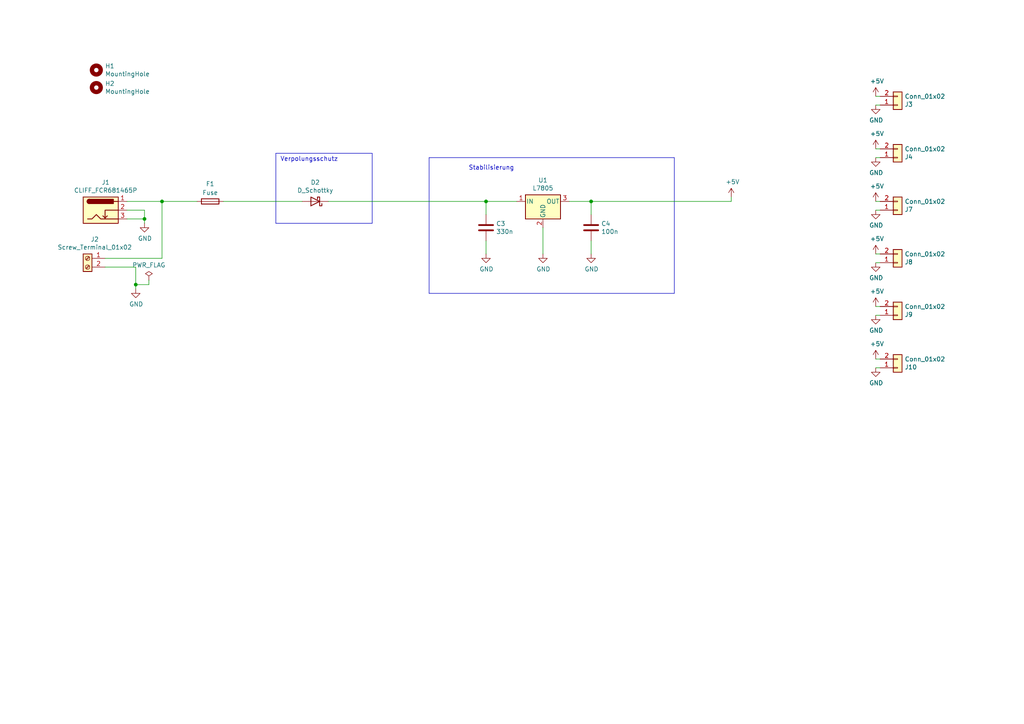
<source format=kicad_sch>
(kicad_sch (version 20230121) (generator eeschema)
  (paper "A4")
  (lib_symbols
    (symbol "Connector:Screw_Terminal_01x02" (pin_names (offset 1.016) hide)
      (property "Reference" "J" (at 0 2.54 0))
      (property "Value" "Screw_Terminal_01x02" (at 0 -5.08 0))
      (symbol "Screw_Terminal_01x02_1_1"
        (rectangle (start -1.27 1.27) (end 1.27 -3.81) (stroke (width 0.254)) (fill (type background)))
        (circle (center 0 -2.54) (radius 0.635) (stroke (width 0.1524)))
        (polyline (pts (xy -0.5334 -2.2098) (xy 0.3302 -3.048)) (stroke (width 0.1524)))
        (polyline (pts (xy -0.5334 0.3302) (xy 0.3302 -0.508)) (stroke (width 0.1524)))
        (polyline (pts (xy -0.3556 -2.032) (xy 0.508 -2.8702)) (stroke (width 0.1524)))
        (polyline (pts (xy -0.3556 0.508) (xy 0.508 -0.3302)) (stroke (width 0.1524)))
        (circle (center 0 0) (radius 0.635) (stroke (width 0.1524)))
        (pin passive line (at -5.08 0 0) (length 3.81) (name "Pin_1") (number "1"))
        (pin passive line (at -5.08 -2.54 0) (length 3.81) (name "Pin_2") (number "2"))
      )
    )
    (symbol "Connector_Generic:Conn_01x02" (pin_names (offset 1.016) hide)
      (property "Reference" "J" (at 0 2.54 0))
      (property "Value" "Conn_01x02" (at 0 -5.08 0))
      (symbol "Conn_01x02_1_1"
        (rectangle (start -1.27 -2.413) (end 0 -2.667) (stroke (width 0.1524)))
        (rectangle (start -1.27 0.127) (end 0 -0.127) (stroke (width 0.1524)))
        (rectangle (start -1.27 1.27) (end 1.27 -3.81) (stroke (width 0.254)) (fill (type background)))
        (pin passive line (at -5.08 0 0) (length 3.81) (name "Pin_1") (number "1"))
        (pin passive line (at -5.08 -2.54 0) (length 3.81) (name "Pin_2") (number "2"))
      )
    )
    (symbol "Device:C" (pin_numbers hide) (pin_names (offset 0.254))
      (property "Reference" "C" (at 0.635 2.54 0))
      (property "Value" "C" (at 0.635 -2.54 0))
      (symbol "C_0_1"
        (polyline (pts (xy -2.032 -0.762) (xy 2.032 -0.762)) (stroke (width 0.508)))
        (polyline (pts (xy -2.032 0.762) (xy 2.032 0.762)) (stroke (width 0.508)))
      )
      (symbol "C_1_1"
        (pin passive line (at 0 3.81 270) (length 2.794) (name "~") (number "1"))
        (pin passive line (at 0 -3.81 90) (length 2.794) (name "~") (number "2"))
      )
    )
    (symbol "Device:D_Schottky" (pin_numbers hide) (pin_names (offset 1.016) hide)
      (property "Reference" "D" (at 0 2.54 0))
      (property "Value" "D_Schottky" (at 0 -2.54 0))
      (symbol "D_Schottky_0_1"
        (polyline (pts (xy 1.27 0) (xy -1.27 0)))
        (polyline (pts (xy 1.27 1.27) (xy 1.27 -1.27) (xy -1.27 0) (xy 1.27 1.27)) (stroke (width 0.254)))
        (polyline (pts (xy -1.905 0.635) (xy -1.905 1.27) (xy -1.27 1.27) (xy -1.27 -1.27) (xy -0.635 -1.27) (xy -0.635 -0.635)) (stroke (width 0.254)))
      )
      (symbol "D_Schottky_1_1"
        (pin passive line (at -3.81 0 0) (length 2.54) (name "K") (number "1"))
        (pin passive line (at 3.81 0 180) (length 2.54) (name "A") (number "2"))
      )
    )
    (symbol "Device:Fuse" (pin_numbers hide) (pin_names (offset 0))
      (property "Reference" "F" (at 2.032 0 90))
      (property "Value" "Fuse" (at -1.905 0 90))
      (symbol "Fuse_0_1"
        (rectangle (start -0.762 -2.54) (end 0.762 2.54) (stroke (width 0.254)))
        (polyline (pts (xy 0 2.54) (xy 0 -2.54)))
      )
      (symbol "Fuse_1_1"
        (pin passive line (at 0 3.81 270) (length 1.27) (name "~") (number "1"))
        (pin passive line (at 0 -3.81 90) (length 1.27) (name "~") (number "2"))
      )
    )
    (symbol "Mechanical:MountingHole" (pin_names (offset 1.016))
      (property "Reference" "H" (at 0 5.08 0))
      (property "Value" "MountingHole" (at 0 3.175 0))
      (symbol "MountingHole_0_1"
        (circle (center 0 0) (radius 1.27) (stroke (width 1.27)))
      )
    )
    (symbol "Regulator_Linear:L7805" (pin_names (offset 0.254))
      (property "Reference" "U" (at -3.81 3.175 0))
      (property "Value" "L7805" (at 0 3.175 0))
      (symbol "L7805_0_1"
        (rectangle (start -5.08 1.905) (end 5.08 -5.08) (stroke (width 0.254)) (fill (type background)))
      )
      (symbol "L7805_1_1"
        (pin power_in line (at -7.62 0 0) (length 2.54) (name "IN") (number "1"))
        (pin power_in line (at 0 -7.62 90) (length 2.54) (name "GND") (number "2"))
        (pin power_out line (at 7.62 0 180) (length 2.54) (name "OUT") (number "3"))
      )
    )
    (symbol "power-rescue:CLIFF_FCR681465P-bonsai-power" (pin_names hide)
      (property "Reference" "J" (at 0 5.334 0))
      (property "Value" "bonsai-power_CLIFF_FCR681465P" (at 0 -5.08 0))
      (symbol "CLIFF_FCR681465P-bonsai-power_0_1"
        (rectangle (start -5.08 3.81) (end 5.08 -3.81) (stroke (width 0.254)) (fill (type background)))
        (arc (start -3.302 3.175) (mid -3.9343 2.54) (end -3.302 1.905) (stroke (width 0.254)))
        (arc (start -3.302 3.175) (mid -3.9343 2.54) (end -3.302 1.905) (stroke (width 0.254)) (fill (type outline)))
        (polyline (pts (xy 1.27 -2.286) (xy 1.905 -1.651)) (stroke (width 0.254)))
        (polyline (pts (xy 5.08 2.54) (xy 3.81 2.54)) (stroke (width 0.254)))
        (polyline (pts (xy 5.08 0) (xy 1.27 0) (xy 1.27 -2.286) (xy 0.635 -1.651)) (stroke (width 0.254)))
        (polyline (pts (xy -3.81 -2.54) (xy -2.54 -2.54) (xy -1.27 -1.27) (xy 0 -2.54) (xy 2.54 -2.54) (xy 5.08 -2.54)) (stroke (width 0.254)))
        (rectangle (start 3.683 3.175) (end -3.302 1.905) (stroke (width 0.254)) (fill (type outline)))
      )
      (symbol "CLIFF_FCR681465P-bonsai-power_1_1"
        (pin passive line (at 7.62 2.54 180) (length 2.54) (name "~") (number "1"))
        (pin passive line (at 7.62 0 180) (length 2.54) (name "~") (number "2"))
        (pin passive line (at 7.62 -2.54 180) (length 2.54) (name "~") (number "3"))
      )
    )
    (symbol "power:+5V" (power) (pin_names (offset 0))
      (property "Value" "+5V" (at 0 3.556 0))
      (symbol "+5V_0_1"
        (polyline (pts (xy -0.762 1.27) (xy 0 2.54)))
        (polyline (pts (xy 0 0) (xy 0 2.54)))
        (polyline (pts (xy 0 2.54) (xy 0.762 1.27)))
      )
      (symbol "+5V_1_1"
        (pin power_in line (at 0 0 90) (length 0) hide (name "+5V") (number "1"))
      )
    )
    (symbol "power:GND" (power) (pin_names (offset 0))
      (property "Value" "GND" (at 0 -3.81 0))
      (symbol "GND_0_1"
        (polyline (pts (xy 0 0) (xy 0 -1.27) (xy 1.27 -1.27) (xy 0 -2.54) (xy -1.27 -1.27) (xy 0 -1.27)))
      )
      (symbol "GND_1_1"
        (pin power_in line (at 0 0 270) (length 0) hide (name "GND") (number "1"))
      )
    )
    (symbol "power:PWR_FLAG" (power) (pin_numbers hide) (pin_names (offset 0) hide)
      (property "Value" "PWR_FLAG" (at 0 3.81 0))
      (symbol "PWR_FLAG_0_0"
        (pin power_out line (at 0 0 90) (length 0) (name "pwr") (number "1"))
      )
      (symbol "PWR_FLAG_0_1"
        (polyline (pts (xy 0 0) (xy 0 1.27) (xy -1.016 1.905) (xy 0 2.54) (xy 1.016 1.905) (xy 0 1.27)))
      )
    )
  )
  (junction (at 46.99 58.42))
  (junction (at 41.91 63.5))
  (junction (at 39.37 82.55))
  (junction (at 171.45 58.42))
  (junction (at 140.97 58.42))
  (wire (pts (xy 46.99 74.93) (xy 46.99 58.42)))
  (wire (pts (xy 64.77 58.42) (xy 87.63 58.42)))
  (wire (pts (xy 95.25 58.42) (xy 140.97 58.42)))
  (wire (pts (xy 255.27 76.2) (xy 254 76.2)))
  (wire (pts (xy 157.48 73.66) (xy 157.48 66.04)))
  (polyline (pts (xy 195.58 45.72) (xy 195.58 85.09)))
  (wire (pts (xy 140.97 69.85) (xy 140.97 73.66)))
  (wire (pts (xy 43.18 81.28) (xy 43.18 82.55)))
  (wire (pts (xy 254 60.96) (xy 255.27 60.96)))
  (wire (pts (xy 140.97 62.23) (xy 140.97 58.42)))
  (wire (pts (xy 30.48 74.93) (xy 46.99 74.93)))
  (wire (pts (xy 254 106.68) (xy 255.27 106.68)))
  (wire (pts (xy 41.91 63.5) (xy 41.91 64.77)))
  (wire (pts (xy 39.37 77.47) (xy 39.37 82.55)))
  (wire (pts (xy 255.27 27.94) (xy 254 27.94)))
  (wire (pts (xy 165.1 58.42) (xy 171.45 58.42)))
  (wire (pts (xy 171.45 58.42) (xy 212.09 58.42)))
  (wire (pts (xy 36.83 63.5) (xy 41.91 63.5)))
  (polyline (pts (xy 124.46 85.09) (xy 124.46 45.72)))
  (wire (pts (xy 212.09 58.42) (xy 212.09 57.15)))
  (wire (pts (xy 255.27 88.9) (xy 254 88.9)))
  (polyline (pts (xy 80.01 44.45) (xy 107.95 44.45)))
  (wire (pts (xy 30.48 77.47) (xy 39.37 77.47)))
  (wire (pts (xy 41.91 60.96) (xy 41.91 63.5)))
  (wire (pts (xy 255.27 30.48) (xy 254 30.48)))
  (wire (pts (xy 36.83 58.42) (xy 46.99 58.42)))
  (wire (pts (xy 255.27 43.18) (xy 254 43.18)))
  (wire (pts (xy 46.99 58.42) (xy 57.15 58.42)))
  (polyline (pts (xy 124.46 45.72) (xy 195.58 45.72)))
  (wire (pts (xy 36.83 60.96) (xy 41.91 60.96)))
  (wire (pts (xy 43.18 82.55) (xy 39.37 82.55)))
  (wire (pts (xy 255.27 104.14) (xy 254 104.14)))
  (wire (pts (xy 140.97 58.42) (xy 149.86 58.42)))
  (wire (pts (xy 171.45 62.23) (xy 171.45 58.42)))
  (wire (pts (xy 255.27 91.44) (xy 254 91.44)))
  (polyline (pts (xy 107.95 44.45) (xy 107.95 64.77)))
  (polyline (pts (xy 195.58 85.09) (xy 124.46 85.09)))
  (wire (pts (xy 255.27 58.42) (xy 254 58.42)))
  (wire (pts (xy 39.37 82.55) (xy 39.37 83.82)))
  (wire (pts (xy 254 45.72) (xy 255.27 45.72)))
  (polyline (pts (xy 107.95 64.77) (xy 80.01 64.77)))
  (wire (pts (xy 171.45 73.66) (xy 171.45 69.85)))
  (wire (pts (xy 255.27 73.66) (xy 254 73.66)))
  (polyline (pts (xy 80.01 64.77) (xy 80.01 44.45)))
  (text "Verpolungsschutz" (at 81.28 46.99 0) (effects (font (size 1.27 1.27)) (justify left bottom)))
  (text "Stabilisierung" (at 135.89 49.53 0) (effects (font (size 1.27 1.27)) (justify left bottom)))
  (symbol (lib_id "Regulator_Linear:L7805") (at 157.48 58.42 0) (unit 1)
    (property "Reference" "U1" (at 157.48 52.2732 0))
    (property "Value" "L7805" (at 157.48 54.5846 0))
    (property "Footprint" "Package_TO_SOT_THT:TO-220-3_Vertical" (effects hide))
    (property "Datasheet" "http://www.st.com/content/ccc/resource/technical/document/datasheet/41/4f/b3/b0/12/d4/47/88/CD00000444.pdf/files/CD00000444.pdf/jcr:content/translations/en.CD00000444.pdf" (effects hide))
  )
  (symbol (lib_id "Connector_Generic:Conn_01x02") (at 260.35 30.48 0) (mirror x) (unit 1)
    (property "Reference" "J3" (at 262.382 30.2768 0) (effects (justify left)))
    (property "Value" "Conn_01x02" (at 262.382 27.9654 0) (effects (justify left)))
    (property "Footprint" "Connector_Molex:Molex_KK-254_AE-6410-02A_1x02_P2.54mm_Vertical" (effects hide))
  )
  (symbol (lib_id "Connector:Screw_Terminal_01x02") (at 25.4 74.93 0) (mirror y) (unit 1)
    (property "Reference" "J2" (at 27.4828 69.4182 0))
    (property "Value" "Screw_Terminal_01x02" (at 27.4828 71.7296 0))
    (property "Footprint" "TerminalBlock_Phoenix:TerminalBlock_Phoenix_MKDS-1,5-2-5.08_1x02_P5.08mm_Horizontal" (effects hide))
  )
  (symbol (lib_id "power:+5V") (at 212.09 57.15 0) (unit 1)
    (property "Reference" "#PWR01" (effects hide))
    (property "Value" "+5V" (at 212.471 52.7558 0))
  )
  (symbol (lib_id "power:GND") (at 157.48 73.66 0) (unit 1)
    (property "Reference" "#PWR02" (effects hide))
    (property "Value" "GND" (at 157.607 78.0542 0))
  )
  (symbol (lib_id "power:+5V") (at 254 27.94 0) (unit 1)
    (property "Reference" "#PWR03" (effects hide))
    (property "Value" "+5V" (at 254.381 23.5458 0))
  )
  (symbol (lib_id "Connector_Generic:Conn_01x02") (at 260.35 45.72 0) (mirror x) (unit 1)
    (property "Reference" "J4" (at 262.382 45.5168 0) (effects (justify left)))
    (property "Value" "Conn_01x02" (at 262.382 43.2054 0) (effects (justify left)))
    (property "Footprint" "Connector_Molex:Molex_KK-254_AE-6410-02A_1x02_P2.54mm_Vertical" (effects hide))
  )
  (symbol (lib_id "power-rescue:CLIFF_FCR681465P-bonsai-power") (at 29.21 60.96 0) (unit 1)
    (property "Reference" "J1" (at 30.6578 52.9082 0))
    (property "Value" "CLIFF_FCR681465P" (at 30.6578 55.2196 0))
    (property "Footprint" "power:CLIFF_FCR681465P" (effects hide))
  )
  (symbol (lib_id "power:PWR_FLAG") (at 43.18 81.28 0) (unit 1)
    (property "Reference" "#FLG0102" (effects hide))
    (property "Value" "PWR_FLAG" (at 43.18 76.8858 0))
  )
  (symbol (lib_id "Device:D_Schottky") (at 91.44 58.42 180) (unit 1)
    (property "Reference" "D2" (at 91.44 52.9082 0))
    (property "Value" "D_Schottky" (at 91.44 55.2196 0))
    (property "Footprint" "power:D_DO-201AE_P12.70mm_Horizontal" (effects hide))
  )
  (symbol (lib_id "power:GND") (at 254 30.48 0) (unit 1)
    (property "Reference" "#PWR013" (effects hide))
    (property "Value" "GND" (at 254.127 34.8742 0))
  )
  (symbol (lib_id "power:GND") (at 254 45.72 0) (unit 1)
    (property "Reference" "#PWR015" (effects hide))
    (property "Value" "GND" (at 254.127 50.1142 0))
  )
  (symbol (lib_id "power:+5V") (at 254 43.18 0) (unit 1)
    (property "Reference" "#PWR014" (effects hide))
    (property "Value" "+5V" (at 254.381 38.7858 0))
  )
  (symbol (lib_id "Connector_Generic:Conn_01x02") (at 260.35 60.96 0) (mirror x) (unit 1)
    (property "Reference" "J7" (at 262.382 60.7568 0) (effects (justify left)))
    (property "Value" "Conn_01x02" (at 262.382 58.4454 0) (effects (justify left)))
    (property "Footprint" "Connector_Molex:Molex_KK-254_AE-6410-02A_1x02_P2.54mm_Vertical" (effects hide))
  )
  (symbol (lib_id "power:GND") (at 254 60.96 0) (unit 1)
    (property "Reference" "#PWR07" (effects hide))
    (property "Value" "GND" (at 254.127 65.3542 0))
  )
  (symbol (lib_id "power:+5V") (at 254 58.42 0) (unit 1)
    (property "Reference" "#PWR06" (effects hide))
    (property "Value" "+5V" (at 254.381 54.0258 0))
  )
  (symbol (lib_id "Connector_Generic:Conn_01x02") (at 260.35 76.2 0) (mirror x) (unit 1)
    (property "Reference" "J8" (at 262.382 75.9968 0) (effects (justify left)))
    (property "Value" "Conn_01x02" (at 262.382 73.6854 0) (effects (justify left)))
    (property "Footprint" "Connector_Molex:Molex_KK-254_AE-6410-02A_1x02_P2.54mm_Vertical" (effects hide))
  )
  (symbol (lib_id "power:GND") (at 254 76.2 0) (unit 1)
    (property "Reference" "#PWR018" (effects hide))
    (property "Value" "GND" (at 254.127 80.5942 0))
  )
  (symbol (lib_id "power:+5V") (at 254 73.66 0) (unit 1)
    (property "Reference" "#PWR08" (effects hide))
    (property "Value" "+5V" (at 254.381 69.2658 0))
  )
  (symbol (lib_id "power:GND") (at 140.97 73.66 0) (unit 1)
    (property "Reference" "#PWR016" (effects hide))
    (property "Value" "GND" (at 141.097 78.0542 0))
  )
  (symbol (lib_id "power:GND") (at 171.45 73.66 0) (unit 1)
    (property "Reference" "#PWR017" (effects hide))
    (property "Value" "GND" (at 171.577 78.0542 0))
  )
  (symbol (lib_id "power:GND") (at 39.37 83.82 0) (unit 1)
    (property "Reference" "#PWR011" (effects hide))
    (property "Value" "GND" (at 39.497 88.2142 0))
  )
  (symbol (lib_id "Device:C") (at 140.97 66.04 0) (unit 1)
    (property "Reference" "C3" (at 143.891 64.8716 0) (effects (justify left)))
    (property "Value" "330n" (at 143.891 67.183 0) (effects (justify left)))
    (property "Footprint" "power:C_Rect_L7.2mm_W2.2mm_P2.54mm_P5.08mm" (effects hide))
  )
  (symbol (lib_id "Device:C") (at 171.45 66.04 0) (unit 1)
    (property "Reference" "C4" (at 174.371 64.8716 0) (effects (justify left)))
    (property "Value" "100n" (at 174.371 67.183 0) (effects (justify left)))
    (property "Footprint" "power:C_Rect_L7.2mm_W2.2mm_P2.54mm_P5.08mm" (effects hide))
  )
  (symbol (lib_id "power:GND") (at 41.91 64.77 0) (unit 1)
    (property "Reference" "#PWR09" (effects hide))
    (property "Value" "GND" (at 42.037 69.1642 0))
  )
  (symbol (lib_id "Connector_Generic:Conn_01x02") (at 260.35 91.44 0) (mirror x) (unit 1)
    (property "Reference" "J9" (at 262.382 91.2368 0) (effects (justify left)))
    (property "Value" "Conn_01x02" (at 262.382 88.9254 0) (effects (justify left)))
    (property "Footprint" "Connector_Molex:Molex_KK-254_AE-6410-02A_1x02_P2.54mm_Vertical" (effects hide))
  )
  (symbol (lib_id "power:+5V") (at 254 88.9 0) (unit 1)
    (property "Reference" "#PWR019" (effects hide))
    (property "Value" "+5V" (at 254.381 84.5058 0))
  )
  (symbol (lib_id "Connector_Generic:Conn_01x02") (at 260.35 106.68 0) (mirror x) (unit 1)
    (property "Reference" "J10" (at 262.382 106.4768 0) (effects (justify left)))
    (property "Value" "Conn_01x02" (at 262.382 104.1654 0) (effects (justify left)))
    (property "Footprint" "Connector_Molex:Molex_KK-254_AE-6410-02A_1x02_P2.54mm_Vertical" (effects hide))
  )
  (symbol (lib_id "power:GND") (at 254 91.44 0) (unit 1)
    (property "Reference" "#PWR020" (effects hide))
    (property "Value" "GND" (at 254.127 95.8342 0))
  )
  (symbol (lib_id "power:GND") (at 254 106.68 0) (unit 1)
    (property "Reference" "#PWR022" (effects hide))
    (property "Value" "GND" (at 254.127 111.0742 0))
  )
  (symbol (lib_id "power:+5V") (at 254 104.14 0) (unit 1)
    (property "Reference" "#PWR021" (effects hide))
    (property "Value" "+5V" (at 254.381 99.7458 0))
  )
  (symbol (lib_id "Mechanical:MountingHole") (at 27.94 20.32 0) (unit 1)
    (property "Reference" "H1" (at 30.48 19.1516 0) (effects (justify left)))
    (property "Value" "MountingHole" (at 30.48 21.463 0) (effects (justify left)))
    (property "Footprint" "power:MountingHole_3.5mm" (effects hide))
  )
  (symbol (lib_id "Mechanical:MountingHole") (at 27.94 25.4 0) (unit 1)
    (property "Reference" "H2" (at 30.48 24.2316 0) (effects (justify left)))
    (property "Value" "MountingHole" (at 30.48 26.543 0) (effects (justify left)))
    (property "Footprint" "power:MountingHole_3.5mm" (effects hide))
  )
  (symbol (lib_id "Device:Fuse") (at 60.96 58.42 90) (unit 1)
    (property "Reference" "F1" (at 60.96 53.34 90))
    (property "Value" "Fuse" (at 60.96 55.88 90))
    (property "Footprint" "power:Sicherungshalter" (effects hide))
  )
)
</source>
